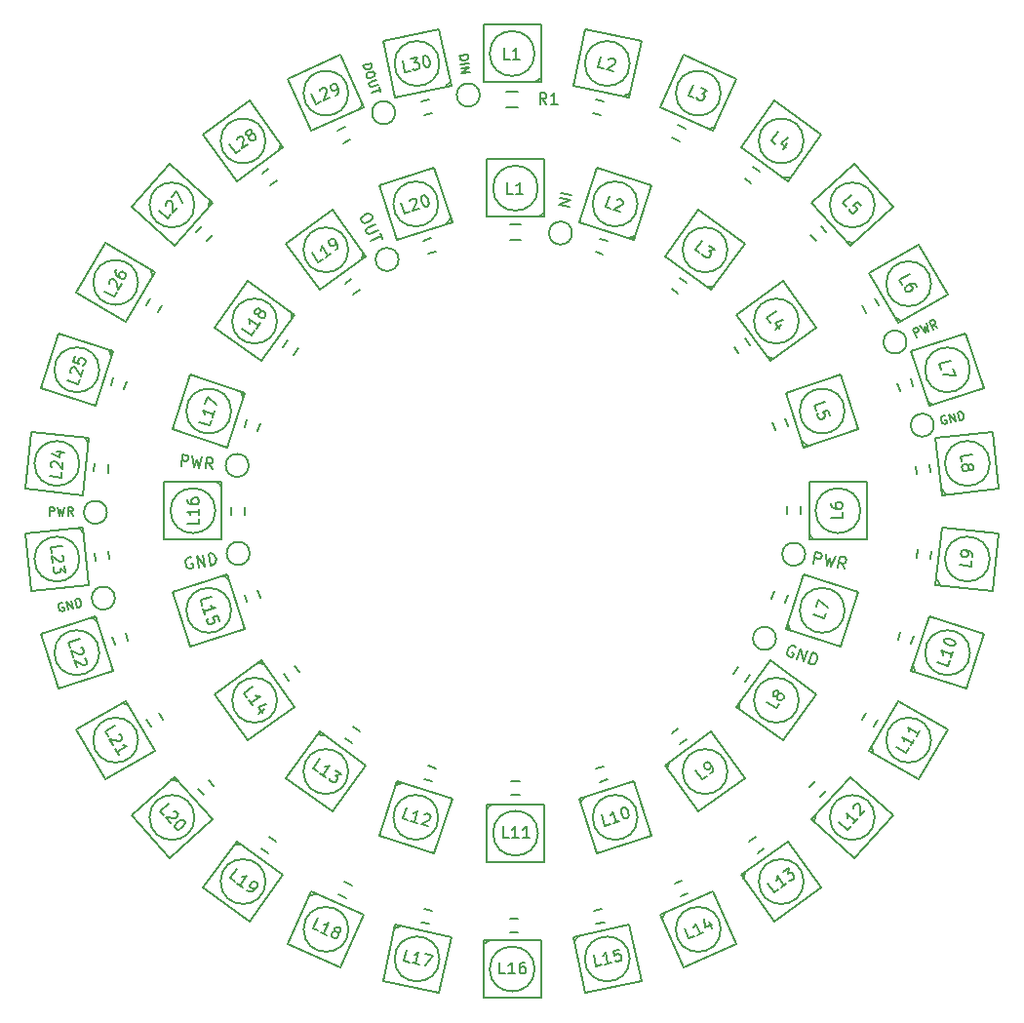
<source format=gto>
G04 #@! TF.FileFunction,Legend,Top*
%FSLAX46Y46*%
G04 Gerber Fmt 4.6, Leading zero omitted, Abs format (unit mm)*
G04 Created by KiCad (PCBNEW 4.0.1-stable) date 1/15/2016 5:52:31 PM*
%MOMM*%
G01*
G04 APERTURE LIST*
%ADD10C,0.100000*%
%ADD11C,0.150000*%
G04 APERTURE END LIST*
D10*
D11*
X131655530Y-57219041D02*
X132368823Y-56987279D01*
X132424005Y-57157111D01*
X132423148Y-57270046D01*
X132377287Y-57360051D01*
X132320392Y-57416090D01*
X132195563Y-57494202D01*
X132093664Y-57527311D01*
X131946762Y-57537490D01*
X131867793Y-57525596D01*
X131777788Y-57479736D01*
X131710712Y-57388874D01*
X131655530Y-57219041D01*
X132644731Y-57836437D02*
X132688876Y-57972302D01*
X132676983Y-58051271D01*
X132631123Y-58141276D01*
X132506294Y-58219388D01*
X132268530Y-58296642D01*
X132121628Y-58306821D01*
X132031623Y-58260961D01*
X131975584Y-58204065D01*
X131931439Y-58068200D01*
X131943333Y-57989230D01*
X131989192Y-57899225D01*
X132114021Y-57821114D01*
X132351785Y-57743859D01*
X132498687Y-57733680D01*
X132588692Y-57779540D01*
X132644731Y-57836437D01*
X132843385Y-58447830D02*
X132265957Y-58635447D01*
X132209062Y-58691486D01*
X132186132Y-58736489D01*
X132174238Y-58815458D01*
X132218383Y-58951323D01*
X132274422Y-59008219D01*
X132319425Y-59031150D01*
X132398393Y-59043043D01*
X132975821Y-58855426D01*
X133053075Y-59093190D02*
X133185511Y-59500785D01*
X132406000Y-59528750D02*
X133119293Y-59296987D01*
X140032310Y-56371814D02*
X140778201Y-56293418D01*
X140796867Y-56471012D01*
X140772548Y-56581301D01*
X140708977Y-56659804D01*
X140641673Y-56702790D01*
X140503332Y-56753241D01*
X140396776Y-56764440D01*
X140250968Y-56743854D01*
X140176197Y-56715801D01*
X140097694Y-56652231D01*
X140050976Y-56549408D01*
X140032310Y-56371814D01*
X140110706Y-57117706D02*
X140856598Y-57039310D01*
X140148038Y-57472892D02*
X140893929Y-57394496D01*
X140192836Y-57899117D01*
X140938727Y-57820720D01*
X104410000Y-96269286D02*
X104410000Y-95519286D01*
X104695715Y-95519286D01*
X104767143Y-95555000D01*
X104802858Y-95590714D01*
X104838572Y-95662143D01*
X104838572Y-95769286D01*
X104802858Y-95840714D01*
X104767143Y-95876429D01*
X104695715Y-95912143D01*
X104410000Y-95912143D01*
X105088572Y-95519286D02*
X105267143Y-96269286D01*
X105410000Y-95733571D01*
X105552858Y-96269286D01*
X105731429Y-95519286D01*
X106445715Y-96269286D02*
X106195715Y-95912143D01*
X106017143Y-96269286D02*
X106017143Y-95519286D01*
X106302858Y-95519286D01*
X106374286Y-95555000D01*
X106410001Y-95590714D01*
X106445715Y-95662143D01*
X106445715Y-95769286D01*
X106410001Y-95840714D01*
X106374286Y-95876429D01*
X106302858Y-95912143D01*
X106017143Y-95912143D01*
X105553092Y-103832001D02*
X105475799Y-103811919D01*
X105370997Y-103834195D01*
X105273621Y-103891405D01*
X105218605Y-103976124D01*
X105198521Y-104053416D01*
X105193289Y-104200577D01*
X105215565Y-104305378D01*
X105280200Y-104437688D01*
X105329986Y-104500131D01*
X105414704Y-104555147D01*
X105526931Y-104567806D01*
X105596799Y-104552955D01*
X105694175Y-104495744D01*
X105721683Y-104453385D01*
X105669705Y-104208848D01*
X105529970Y-104238550D01*
X106050938Y-104456424D02*
X105895004Y-103722814D01*
X106470145Y-104367319D01*
X106314211Y-103633709D01*
X106819482Y-104293065D02*
X106663549Y-103559455D01*
X106838218Y-103522327D01*
X106950445Y-103534985D01*
X107035164Y-103590002D01*
X107084949Y-103652444D01*
X107149584Y-103784753D01*
X107171860Y-103889555D01*
X107166628Y-104036716D01*
X107146545Y-104114009D01*
X107091528Y-104198727D01*
X106994152Y-104255938D01*
X106819482Y-104293065D01*
X182163092Y-87572001D02*
X182085799Y-87551919D01*
X181980997Y-87574195D01*
X181883621Y-87631405D01*
X181828605Y-87716124D01*
X181808521Y-87793416D01*
X181803289Y-87940577D01*
X181825565Y-88045378D01*
X181890200Y-88177688D01*
X181939986Y-88240131D01*
X182024704Y-88295147D01*
X182136931Y-88307806D01*
X182206799Y-88292955D01*
X182304175Y-88235744D01*
X182331683Y-88193385D01*
X182279705Y-87948848D01*
X182139970Y-87978550D01*
X182660938Y-88196424D02*
X182505004Y-87462814D01*
X183080145Y-88107319D01*
X182924211Y-87373709D01*
X183429482Y-88033065D02*
X183273549Y-87299455D01*
X183448218Y-87262327D01*
X183560445Y-87274985D01*
X183645164Y-87330002D01*
X183694949Y-87392444D01*
X183759584Y-87524753D01*
X183781860Y-87629555D01*
X183776628Y-87776716D01*
X183756545Y-87854009D01*
X183701528Y-87938727D01*
X183604152Y-87995938D01*
X183429482Y-88033065D01*
X179674455Y-80776690D02*
X179369402Y-80091531D01*
X179630416Y-79975320D01*
X179710195Y-79978894D01*
X179757348Y-79996994D01*
X179819027Y-80047721D01*
X179862606Y-80145601D01*
X179859032Y-80225380D01*
X179840932Y-80272534D01*
X179790205Y-80334213D01*
X179529191Y-80450423D01*
X179989308Y-79815531D02*
X180457494Y-80428058D01*
X180370105Y-79880553D01*
X180718507Y-80311848D01*
X180576588Y-79554057D01*
X181534173Y-79948690D02*
X181160523Y-79724108D01*
X181142653Y-80123006D02*
X180837600Y-79437847D01*
X181098614Y-79321636D01*
X181178393Y-79325210D01*
X181225546Y-79343310D01*
X181287225Y-79394037D01*
X181330804Y-79491917D01*
X181327230Y-79571696D01*
X181309130Y-79618850D01*
X181258403Y-79680529D01*
X180997390Y-79796740D01*
X116732847Y-99909899D02*
X116630787Y-99879542D01*
X116490100Y-99904349D01*
X116357681Y-99976051D01*
X116280428Y-100086380D01*
X116250071Y-100188440D01*
X116236251Y-100384291D01*
X116261058Y-100524979D01*
X116341029Y-100704292D01*
X116404463Y-100789815D01*
X116514792Y-100867068D01*
X116663748Y-100889156D01*
X116757539Y-100872618D01*
X116889957Y-100800916D01*
X116928584Y-100745751D01*
X116870701Y-100417483D01*
X116683119Y-100450558D01*
X117367182Y-100765122D02*
X117193534Y-99780314D01*
X117929929Y-100665894D01*
X117756281Y-99681087D01*
X118398885Y-100583205D02*
X118225237Y-99598397D01*
X118459715Y-99557052D01*
X118608671Y-99579141D01*
X118719000Y-99656394D01*
X118782434Y-99741916D01*
X118862405Y-99921230D01*
X118887212Y-100061917D01*
X118873392Y-100257768D01*
X118843035Y-100359829D01*
X118765782Y-100470158D01*
X118633363Y-100541860D01*
X118398885Y-100583205D01*
X115852313Y-91994452D02*
X115939469Y-90998257D01*
X116318972Y-91031459D01*
X116409698Y-91087198D01*
X116452985Y-91138786D01*
X116492122Y-91237812D01*
X116479672Y-91380125D01*
X116423933Y-91470850D01*
X116372345Y-91514138D01*
X116273319Y-91553275D01*
X115893816Y-91520073D01*
X116840788Y-91077112D02*
X116990821Y-92094058D01*
X117242828Y-91399092D01*
X117370325Y-92127261D01*
X117694669Y-91151817D01*
X118556270Y-92231018D02*
X118265708Y-91727587D01*
X117987016Y-92181214D02*
X118074172Y-91185020D01*
X118453675Y-91218222D01*
X118544400Y-91273960D01*
X118587688Y-91325548D01*
X118626825Y-91424574D01*
X118614374Y-91566887D01*
X118558636Y-91657613D01*
X118507048Y-91700900D01*
X118408022Y-91740038D01*
X118028519Y-91706835D01*
X169215055Y-107699567D02*
X169141847Y-107622247D01*
X169007605Y-107573387D01*
X168857076Y-107569274D01*
X168735008Y-107626195D01*
X168657687Y-107699402D01*
X168547794Y-107862105D01*
X168498933Y-107996347D01*
X168478534Y-108191623D01*
X168490708Y-108297404D01*
X168547629Y-108419472D01*
X168665585Y-108513079D01*
X168755079Y-108545653D01*
X168905608Y-108549765D01*
X168966642Y-108521305D01*
X169080648Y-108208074D01*
X168901659Y-108142928D01*
X169336793Y-108757379D02*
X169678813Y-107817687D01*
X169873761Y-108952819D01*
X170215781Y-108013127D01*
X170321233Y-109115686D02*
X170663253Y-108175993D01*
X170886989Y-108257427D01*
X171004945Y-108351034D01*
X171061866Y-108473102D01*
X171074040Y-108578883D01*
X171053641Y-108774159D01*
X171004781Y-108908401D01*
X170894887Y-109071103D01*
X170817566Y-109144311D01*
X170695498Y-109201232D01*
X170544969Y-109197119D01*
X170321233Y-109115686D01*
X170768368Y-100443977D02*
X170942016Y-99459170D01*
X171317182Y-99525322D01*
X171402704Y-99588755D01*
X171441331Y-99643919D01*
X171471688Y-99745980D01*
X171446881Y-99886666D01*
X171383448Y-99972188D01*
X171328283Y-100010815D01*
X171226223Y-100041173D01*
X170851058Y-99975021D01*
X171833033Y-99616280D02*
X171893863Y-100642433D01*
X172205480Y-99972074D01*
X172269028Y-100708584D01*
X172677154Y-99765121D01*
X173441418Y-100915308D02*
X173195838Y-100388469D01*
X172878670Y-100816081D02*
X173052319Y-99831273D01*
X173427484Y-99897425D01*
X173513006Y-99960858D01*
X173551633Y-100016023D01*
X173581990Y-100118083D01*
X173557184Y-100258769D01*
X173493750Y-100344292D01*
X173438586Y-100382918D01*
X173336526Y-100413276D01*
X172961360Y-100347124D01*
X148795450Y-68255594D02*
X149780258Y-68429242D01*
X148712761Y-68724549D02*
X149697568Y-68898197D01*
X148613533Y-69287297D01*
X149598341Y-69460945D01*
X132373693Y-70172258D02*
X132454192Y-70344889D01*
X132451284Y-70451329D01*
X132405218Y-70577893D01*
X132252713Y-70701549D01*
X131950610Y-70842422D01*
X131757855Y-70879763D01*
X131631291Y-70833698D01*
X131547884Y-70767507D01*
X131467385Y-70594877D01*
X131470293Y-70488437D01*
X131516359Y-70361873D01*
X131668864Y-70238217D01*
X131970968Y-70097344D01*
X132163722Y-70060003D01*
X132290286Y-70106068D01*
X132373693Y-70172258D01*
X132735937Y-70949094D02*
X132002259Y-71291213D01*
X131936069Y-71374620D01*
X131913036Y-71437902D01*
X131910128Y-71544342D01*
X131990627Y-71716973D01*
X132074034Y-71783163D01*
X132137316Y-71806196D01*
X132243756Y-71809104D01*
X132977434Y-71466984D01*
X133118306Y-71769087D02*
X133359803Y-72286977D01*
X132332746Y-72450650D02*
X133239054Y-72028031D01*
X171800083Y-120151378D02*
X171331691Y-120671579D01*
X170439917Y-119868622D02*
X170908309Y-119348421D01*
X151852395Y-60170342D02*
X152537099Y-60315881D01*
X152287605Y-61489658D02*
X151602901Y-61344119D01*
X158974301Y-62379515D02*
X159613783Y-62664231D01*
X159125699Y-63760485D02*
X158486217Y-63475769D01*
X165489515Y-66008865D02*
X166055827Y-66420315D01*
X165350485Y-67391135D02*
X164784173Y-66979685D01*
X171391691Y-71128421D02*
X171860083Y-71648622D01*
X170968309Y-72451579D02*
X170499917Y-71931378D01*
X176034615Y-77446891D02*
X176384615Y-78053109D01*
X175345385Y-78653109D02*
X174995385Y-78046891D01*
X179182478Y-84401720D02*
X179398790Y-85067460D01*
X178257522Y-85438280D02*
X178041210Y-84772540D01*
X180850128Y-91829200D02*
X180923298Y-92525366D01*
X179729872Y-92650800D02*
X179656702Y-91954634D01*
X180973298Y-99334634D02*
X180900128Y-100030800D01*
X179706702Y-99905366D02*
X179779872Y-99209200D01*
X179458790Y-106732540D02*
X179242478Y-107398280D01*
X178101210Y-107027460D02*
X178317522Y-106361720D01*
X176344615Y-113976891D02*
X175994615Y-114583109D01*
X174955385Y-113983109D02*
X175305385Y-113376891D01*
X166445827Y-125149685D02*
X165879515Y-125561135D01*
X165174173Y-124590315D02*
X165740485Y-124178865D01*
X159833783Y-129075769D02*
X159194301Y-129360485D01*
X158706217Y-128264231D02*
X159345699Y-127979515D01*
X152587099Y-131584119D02*
X151902395Y-131729658D01*
X151652901Y-130555881D02*
X152337605Y-130410342D01*
X145100000Y-132460000D02*
X144400000Y-132460000D01*
X144400000Y-131260000D02*
X145100000Y-131260000D01*
X137367605Y-131729658D02*
X136682901Y-131584119D01*
X136932395Y-130410342D02*
X137617099Y-130555881D01*
X130175699Y-129470485D02*
X129536217Y-129185769D01*
X130024301Y-128089515D02*
X130663783Y-128374231D01*
X123390485Y-125561135D02*
X122824173Y-125149685D01*
X123529515Y-124178865D02*
X124095827Y-124590315D01*
X117818309Y-120561579D02*
X117349917Y-120041378D01*
X118241691Y-119238421D02*
X118710083Y-119758622D01*
X113215385Y-114633109D02*
X112865385Y-114026891D01*
X113904615Y-113426891D02*
X114254615Y-114033109D01*
X110087522Y-107508280D02*
X109871210Y-106842540D01*
X111012478Y-106471720D02*
X111228790Y-107137460D01*
X108419872Y-100190800D02*
X108346702Y-99494634D01*
X109540128Y-99369200D02*
X109613298Y-100065366D01*
X108296702Y-92415366D02*
X108369872Y-91719200D01*
X109563298Y-91844634D02*
X109490128Y-92540800D01*
X109761210Y-84957460D02*
X109977522Y-84291720D01*
X111118790Y-84662540D02*
X110902478Y-85328280D01*
X112815385Y-77993109D02*
X113165385Y-77386891D01*
X114204615Y-77986891D02*
X113854615Y-78593109D01*
X117189917Y-71648622D02*
X117658309Y-71128421D01*
X118550083Y-71931378D02*
X118081691Y-72451579D01*
X122874173Y-66590315D02*
X123440485Y-66178865D01*
X124145827Y-67149685D02*
X123579515Y-67561135D01*
X129426217Y-62834231D02*
X130065699Y-62549515D01*
X130553783Y-63645769D02*
X129914301Y-63930485D01*
X136732901Y-60315881D02*
X137417605Y-60170342D01*
X137667099Y-61344119D02*
X136982395Y-61489658D01*
X109410000Y-95990000D02*
G75*
G03X109410000Y-95990000I-1000000J0D01*
G01*
X141780000Y-59760000D02*
G75*
G03X141780000Y-59760000I-1000000J0D01*
G01*
X110100000Y-103440000D02*
G75*
G03X110100000Y-103440000I-1000000J0D01*
G01*
X178830000Y-81210000D02*
G75*
G03X178830000Y-81210000I-1000000J0D01*
G01*
X181200000Y-88430000D02*
G75*
G03X181200000Y-88430000I-1000000J0D01*
G01*
X134430000Y-61300000D02*
G75*
G03X134430000Y-61300000I-1000000J0D01*
G01*
X145080000Y-60835000D02*
X144080000Y-60835000D01*
X144080000Y-59485000D02*
X145080000Y-59485000D01*
X138277434Y-57030000D02*
G75*
G03X138277434Y-57030000I-1947434J0D01*
G01*
X138844586Y-59000243D02*
X139222379Y-58613238D01*
X139222379Y-58613238D02*
X139173472Y-58623634D01*
X138255590Y-54064852D02*
X133364852Y-55104410D01*
X133364852Y-55104410D02*
X134404410Y-59995148D01*
X134404410Y-59995148D02*
X139295148Y-58955590D01*
X139295148Y-58955590D02*
X138255590Y-54064852D01*
X130377434Y-59600000D02*
G75*
G03X130377434Y-59600000I-1947434J0D01*
G01*
X131299273Y-61004376D02*
X131588347Y-60547281D01*
X131588347Y-60547281D02*
X131542670Y-60567618D01*
X129697022Y-56299295D02*
X125129295Y-58332978D01*
X125129295Y-58332978D02*
X127162978Y-62900705D01*
X127162978Y-62900705D02*
X131730705Y-60867022D01*
X131730705Y-60867022D02*
X129697022Y-56299295D01*
X123177435Y-63750000D02*
G75*
G03X123177435Y-63750000I-1947435J0D01*
G01*
X124328559Y-64527132D02*
X124516281Y-64019923D01*
X124516281Y-64019923D02*
X124475830Y-64049313D01*
X121783079Y-60257994D02*
X117737994Y-63196921D01*
X117737994Y-63196921D02*
X120676921Y-67242006D01*
X120676921Y-67242006D02*
X124722006Y-64303079D01*
X124722006Y-64303079D02*
X121783079Y-60257994D01*
X117007434Y-69310000D02*
G75*
G03X117007434Y-69310000I-1947434J0D01*
G01*
X118252423Y-69425923D02*
X118330588Y-68890769D01*
X118330588Y-68890769D02*
X118297131Y-68927926D01*
X114874964Y-65779311D02*
X111529311Y-69495036D01*
X111529311Y-69495036D02*
X115245036Y-72840689D01*
X115245036Y-72840689D02*
X118590689Y-69124964D01*
X118590689Y-69124964D02*
X114874964Y-65779311D01*
X112117434Y-76030000D02*
G75*
G03X112117434Y-76030000I-1947434J0D01*
G01*
X113316762Y-75479648D02*
X113281955Y-74939936D01*
X113281955Y-74939936D02*
X113256955Y-74983238D01*
X109254936Y-72614936D02*
X106754936Y-76945064D01*
X106754936Y-76945064D02*
X111085064Y-79445064D01*
X111085064Y-79445064D02*
X113585064Y-75114936D01*
X113585064Y-75114936D02*
X109254936Y-72614936D01*
X108747434Y-83620000D02*
G75*
G03X108747434Y-83620000I-1947434J0D01*
G01*
X109763573Y-82427426D02*
X109617314Y-81906745D01*
X109617314Y-81906745D02*
X109601863Y-81954298D01*
X105194901Y-80469816D02*
X103649816Y-85225099D01*
X103649816Y-85225099D02*
X108405099Y-86770184D01*
X108405099Y-86770184D02*
X109950184Y-82014901D01*
X109950184Y-82014901D02*
X105194901Y-80469816D01*
X107017434Y-91750000D02*
G75*
G03X107017434Y-91750000I-1947434J0D01*
G01*
X107720862Y-89967325D02*
X107469543Y-89488431D01*
X107469543Y-89488431D02*
X107464317Y-89538158D01*
X102845016Y-89002374D02*
X102322374Y-93974984D01*
X102322374Y-93974984D02*
X107294984Y-94497626D01*
X107294984Y-94497626D02*
X107817626Y-89525016D01*
X107817626Y-89525016D02*
X102845016Y-89002374D01*
X107017435Y-100050000D02*
G75*
G03X107017435Y-100050000I-1947435J0D01*
G01*
X107292295Y-97755135D02*
X106946901Y-97338959D01*
X106946901Y-97338959D02*
X106952127Y-97388685D01*
X102322374Y-97825016D02*
X102845016Y-102797626D01*
X102845016Y-102797626D02*
X107817626Y-102274984D01*
X107817626Y-102274984D02*
X107294984Y-97302374D01*
X107294984Y-97302374D02*
X102322374Y-97825016D01*
X108747434Y-108180000D02*
G75*
G03X108747434Y-108180000I-1947434J0D01*
G01*
X108496604Y-105473243D02*
X108072229Y-105137972D01*
X108072229Y-105137972D02*
X108087680Y-105185525D01*
X103649816Y-106574901D02*
X105194901Y-111330184D01*
X105194901Y-111330184D02*
X109950184Y-109785099D01*
X109950184Y-109785099D02*
X108405099Y-105029816D01*
X108405099Y-105029816D02*
X103649816Y-106574901D01*
X112117434Y-115770000D02*
G75*
G03X112117434Y-115770000I-1947434J0D01*
G01*
X111266762Y-112769648D02*
X110781955Y-112529936D01*
X110781955Y-112529936D02*
X110806955Y-112573238D01*
X106754936Y-114854936D02*
X109254936Y-119185064D01*
X109254936Y-119185064D02*
X113585064Y-116685064D01*
X113585064Y-116685064D02*
X111085064Y-112354936D01*
X111085064Y-112354936D02*
X106754936Y-114854936D01*
X117007435Y-122490000D02*
G75*
G03X117007435Y-122490000I-1947435J0D01*
G01*
X115508987Y-119327183D02*
X114984935Y-119193507D01*
X114984935Y-119193507D02*
X115018391Y-119230664D01*
X111529311Y-122304964D02*
X114874964Y-126020689D01*
X114874964Y-126020689D02*
X118590689Y-122675036D01*
X118590689Y-122675036D02*
X115245036Y-118959311D01*
X115245036Y-118959311D02*
X111529311Y-122304964D01*
X123177434Y-128050000D02*
G75*
G03X123177434Y-128050000I-1947434J0D01*
G01*
X121011589Y-124862949D02*
X120471196Y-124841150D01*
X120471196Y-124841150D02*
X120511647Y-124870540D01*
X117737994Y-128603079D02*
X121783079Y-131542006D01*
X121783079Y-131542006D02*
X124722006Y-127496921D01*
X124722006Y-127496921D02*
X120676921Y-124557994D01*
X120676921Y-124557994D02*
X117737994Y-128603079D01*
X130377435Y-132200000D02*
G75*
G03X130377435Y-132200000I-1947435J0D01*
G01*
X127553737Y-129128004D02*
X127020620Y-129219036D01*
X127020620Y-129219036D02*
X127066297Y-129239372D01*
X125129295Y-133467022D02*
X129697022Y-135500705D01*
X129697022Y-135500705D02*
X131730705Y-130932978D01*
X131730705Y-130932978D02*
X127162978Y-128899295D01*
X127162978Y-128899295D02*
X125129295Y-133467022D01*
X138277434Y-134770000D02*
G75*
G03X138277434Y-134770000I-1947434J0D01*
G01*
X134834181Y-131947319D02*
X134331641Y-132147203D01*
X134331641Y-132147203D02*
X134380549Y-132157599D01*
X133364852Y-136695590D02*
X138255590Y-137735148D01*
X138255590Y-137735148D02*
X139295148Y-132844410D01*
X139295148Y-132844410D02*
X134404410Y-131804852D01*
X134404410Y-131804852D02*
X133364852Y-136695590D01*
X146537434Y-135640000D02*
G75*
G03X146537434Y-135640000I-1947434J0D01*
G01*
X142540000Y-133190000D02*
X142090000Y-133490000D01*
X142090000Y-133490000D02*
X142140000Y-133490000D01*
X142090000Y-138140000D02*
X147090000Y-138140000D01*
X147090000Y-138140000D02*
X147090000Y-133140000D01*
X147090000Y-133140000D02*
X142090000Y-133140000D01*
X142090000Y-133140000D02*
X142090000Y-138140000D01*
X154797434Y-134770000D02*
G75*
G03X154797434Y-134770000I-1947434J0D01*
G01*
X150335414Y-132799757D02*
X149957621Y-133186762D01*
X149957621Y-133186762D02*
X150006528Y-133176366D01*
X150924410Y-137735148D02*
X155815148Y-136695590D01*
X155815148Y-136695590D02*
X154775590Y-131804852D01*
X154775590Y-131804852D02*
X149884852Y-132844410D01*
X149884852Y-132844410D02*
X150924410Y-137735148D01*
X162697434Y-132200000D02*
G75*
G03X162697434Y-132200000I-1947434J0D01*
G01*
X157880727Y-130795624D02*
X157591653Y-131252719D01*
X157591653Y-131252719D02*
X157637330Y-131232382D01*
X159482978Y-135500705D02*
X164050705Y-133467022D01*
X164050705Y-133467022D02*
X162017022Y-128899295D01*
X162017022Y-128899295D02*
X157449295Y-130932978D01*
X157449295Y-130932978D02*
X159482978Y-135500705D01*
X176067434Y-122490000D02*
G75*
G03X176067434Y-122490000I-1947434J0D01*
G01*
X170927577Y-122374077D02*
X170849412Y-122909231D01*
X170849412Y-122909231D02*
X170882869Y-122872074D01*
X174305036Y-126020689D02*
X177650689Y-122304964D01*
X177650689Y-122304964D02*
X173934964Y-118959311D01*
X173934964Y-118959311D02*
X170589311Y-122675036D01*
X170589311Y-122675036D02*
X174305036Y-126020689D01*
X180957434Y-115770000D02*
G75*
G03X180957434Y-115770000I-1947434J0D01*
G01*
X175863238Y-116320352D02*
X175898045Y-116860064D01*
X175898045Y-116860064D02*
X175923045Y-116816762D01*
X179925064Y-119185064D02*
X182425064Y-114854936D01*
X182425064Y-114854936D02*
X178094936Y-112354936D01*
X178094936Y-112354936D02*
X175594936Y-116685064D01*
X175594936Y-116685064D02*
X179925064Y-119185064D01*
X184337434Y-108180000D02*
G75*
G03X184337434Y-108180000I-1947434J0D01*
G01*
X179426427Y-109372574D02*
X179572686Y-109893255D01*
X179572686Y-109893255D02*
X179588137Y-109845702D01*
X183995099Y-111330184D02*
X185540184Y-106574901D01*
X185540184Y-106574901D02*
X180784901Y-105029816D01*
X180784901Y-105029816D02*
X179239816Y-109785099D01*
X179239816Y-109785099D02*
X183995099Y-111330184D01*
X186057434Y-100050000D02*
G75*
G03X186057434Y-100050000I-1947434J0D01*
G01*
X181459138Y-101832675D02*
X181710457Y-102311569D01*
X181710457Y-102311569D02*
X181715683Y-102261842D01*
X186334984Y-102797626D02*
X186857626Y-97825016D01*
X186857626Y-97825016D02*
X181885016Y-97302374D01*
X181885016Y-97302374D02*
X181362374Y-102274984D01*
X181362374Y-102274984D02*
X186334984Y-102797626D01*
X186057435Y-91750000D02*
G75*
G03X186057435Y-91750000I-1947435J0D01*
G01*
X181887705Y-94044865D02*
X182233099Y-94461041D01*
X182233099Y-94461041D02*
X182227873Y-94411315D01*
X186857626Y-93974984D02*
X186334984Y-89002374D01*
X186334984Y-89002374D02*
X181362374Y-89525016D01*
X181362374Y-89525016D02*
X181885016Y-94497626D01*
X181885016Y-94497626D02*
X186857626Y-93974984D01*
X184327434Y-83620000D02*
G75*
G03X184327434Y-83620000I-1947434J0D01*
G01*
X180683396Y-86326757D02*
X181107771Y-86662028D01*
X181107771Y-86662028D02*
X181092320Y-86614475D01*
X185530184Y-85225099D02*
X183985099Y-80469816D01*
X183985099Y-80469816D02*
X179229816Y-82014901D01*
X179229816Y-82014901D02*
X180774901Y-86770184D01*
X180774901Y-86770184D02*
X185530184Y-85225099D01*
X176067435Y-69310000D02*
G75*
G03X176067435Y-69310000I-1947435J0D01*
G01*
X173671013Y-72472817D02*
X174195065Y-72606493D01*
X174195065Y-72606493D02*
X174161609Y-72569336D01*
X177650689Y-69495036D02*
X174305036Y-65779311D01*
X174305036Y-65779311D02*
X170589311Y-69124964D01*
X170589311Y-69124964D02*
X173934964Y-72840689D01*
X173934964Y-72840689D02*
X177650689Y-69495036D01*
X169897434Y-63750000D02*
G75*
G03X169897434Y-63750000I-1947434J0D01*
G01*
X168168411Y-66937051D02*
X168708804Y-66958850D01*
X168708804Y-66958850D02*
X168668353Y-66929460D01*
X171442006Y-63196921D02*
X167396921Y-60257994D01*
X167396921Y-60257994D02*
X164457994Y-64303079D01*
X164457994Y-64303079D02*
X168503079Y-67242006D01*
X168503079Y-67242006D02*
X171442006Y-63196921D01*
X162697435Y-59600000D02*
G75*
G03X162697435Y-59600000I-1947435J0D01*
G01*
X161626263Y-62671996D02*
X162159380Y-62580964D01*
X162159380Y-62580964D02*
X162113703Y-62560628D01*
X164050705Y-58332978D02*
X159482978Y-56299295D01*
X159482978Y-56299295D02*
X157449295Y-60867022D01*
X157449295Y-60867022D02*
X162017022Y-62900705D01*
X162017022Y-62900705D02*
X164050705Y-58332978D01*
X154797434Y-57030000D02*
G75*
G03X154797434Y-57030000I-1947434J0D01*
G01*
X154345819Y-59852681D02*
X154848359Y-59652797D01*
X154848359Y-59652797D02*
X154799451Y-59642401D01*
X155815148Y-55104410D02*
X150924410Y-54064852D01*
X150924410Y-54064852D02*
X149884852Y-58955590D01*
X149884852Y-58955590D02*
X154775590Y-59995148D01*
X154775590Y-59995148D02*
X155815148Y-55104410D01*
X169897435Y-128050000D02*
G75*
G03X169897435Y-128050000I-1947435J0D01*
G01*
X164851441Y-127272868D02*
X164663719Y-127780077D01*
X164663719Y-127780077D02*
X164704170Y-127750687D01*
X167396921Y-131542006D02*
X171442006Y-128603079D01*
X171442006Y-128603079D02*
X168503079Y-124557994D01*
X168503079Y-124557994D02*
X164457994Y-127496921D01*
X164457994Y-127496921D02*
X167396921Y-131542006D01*
X180957434Y-76150000D02*
G75*
G03X180957434Y-76150000I-1947434J0D01*
G01*
X177913238Y-79150352D02*
X178398045Y-79390064D01*
X178398045Y-79390064D02*
X178373045Y-79346762D01*
X182425064Y-77065064D02*
X179925064Y-72734936D01*
X179925064Y-72734936D02*
X175594936Y-75234936D01*
X175594936Y-75234936D02*
X178094936Y-79565064D01*
X178094936Y-79565064D02*
X182425064Y-77065064D01*
X146537434Y-56160000D02*
G75*
G03X146537434Y-56160000I-1947434J0D01*
G01*
X146640000Y-58610000D02*
X147090000Y-58310000D01*
X147090000Y-58310000D02*
X147040000Y-58310000D01*
X147090000Y-53660000D02*
X142090000Y-53660000D01*
X142090000Y-53660000D02*
X142090000Y-58660000D01*
X142090000Y-58660000D02*
X147090000Y-58660000D01*
X147090000Y-58660000D02*
X147090000Y-53660000D01*
X152192540Y-72251210D02*
X152858280Y-72467522D01*
X152487460Y-73608790D02*
X151821720Y-73392478D01*
X159139515Y-75648865D02*
X159705827Y-76060315D01*
X159000485Y-77031135D02*
X158434173Y-76619685D01*
X164819685Y-80934173D02*
X165231135Y-81500485D01*
X164260315Y-82205827D02*
X163848865Y-81639515D01*
X168322478Y-87831720D02*
X168538790Y-88497460D01*
X167397522Y-88868280D02*
X167181210Y-88202540D01*
X169640000Y-95470000D02*
X169640000Y-96170000D01*
X168440000Y-96170000D02*
X168440000Y-95470000D01*
X168498790Y-103172540D02*
X168282478Y-103838280D01*
X167141210Y-103467460D02*
X167357522Y-102801720D01*
X165201135Y-110129515D02*
X164789685Y-110695827D01*
X163818865Y-109990485D02*
X164230315Y-109424173D01*
X159695827Y-115719685D02*
X159129515Y-116131135D01*
X158424173Y-115160315D02*
X158990485Y-114748865D01*
X152868280Y-119172478D02*
X152202540Y-119388790D01*
X151831720Y-118247522D02*
X152497460Y-118031210D01*
X145230000Y-120530000D02*
X144530000Y-120530000D01*
X144530000Y-119330000D02*
X145230000Y-119330000D01*
X137607460Y-119358790D02*
X136941720Y-119142478D01*
X137312540Y-118001210D02*
X137978280Y-118217522D01*
X130680485Y-116011135D02*
X130114173Y-115599685D01*
X130819515Y-114628865D02*
X131385827Y-115040315D01*
X125180315Y-110595827D02*
X124768865Y-110029515D01*
X125739685Y-109324173D02*
X126151135Y-109890485D01*
X121587522Y-103788280D02*
X121371210Y-103122540D01*
X122512478Y-102751720D02*
X122728790Y-103417460D01*
X120210000Y-96240000D02*
X120210000Y-95540000D01*
X121410000Y-95540000D02*
X121410000Y-96240000D01*
X121371210Y-88577460D02*
X121587522Y-87911720D01*
X122728790Y-88282540D02*
X122512478Y-88948280D01*
X124678865Y-81630485D02*
X125090315Y-81064173D01*
X126061135Y-81769515D02*
X125649685Y-82335827D01*
X130074173Y-76140315D02*
X130640485Y-75728865D01*
X131345827Y-76699685D02*
X130779515Y-77111135D01*
X136901720Y-72407522D02*
X137567460Y-72191210D01*
X137938280Y-73332478D02*
X137272540Y-73548790D01*
X149790000Y-71750000D02*
G75*
G03X149790000Y-71750000I-1000000J0D01*
G01*
X121810000Y-99560000D02*
G75*
G03X121810000Y-99560000I-1000000J0D01*
G01*
X121720000Y-91920000D02*
G75*
G03X121720000Y-91920000I-1000000J0D01*
G01*
X134730000Y-74040000D02*
G75*
G03X134730000Y-74040000I-1000000J0D01*
G01*
X167500000Y-106940000D02*
G75*
G03X167500000Y-106940000I-1000000J0D01*
G01*
X170040000Y-99630000D02*
G75*
G03X170040000Y-99630000I-1000000J0D01*
G01*
X145380000Y-72345000D02*
X144380000Y-72345000D01*
X144380000Y-70995000D02*
X145380000Y-70995000D01*
X138177434Y-69220000D02*
G75*
G03X138177434Y-69220000I-1947434J0D01*
G01*
X138936757Y-70916604D02*
X139272028Y-70492229D01*
X139272028Y-70492229D02*
X139224475Y-70507680D01*
X137835099Y-66069816D02*
X133079816Y-67614901D01*
X133079816Y-67614901D02*
X134624901Y-72370184D01*
X134624901Y-72370184D02*
X139380184Y-70825099D01*
X139380184Y-70825099D02*
X137835099Y-66069816D01*
X130367435Y-73200000D02*
G75*
G03X130367435Y-73200000I-1947435J0D01*
G01*
X131518559Y-73977132D02*
X131706281Y-73469923D01*
X131706281Y-73469923D02*
X131665830Y-73499313D01*
X128973079Y-69707994D02*
X124927994Y-72646921D01*
X124927994Y-72646921D02*
X127866921Y-76692006D01*
X127866921Y-76692006D02*
X131912006Y-73753079D01*
X131912006Y-73753079D02*
X128973079Y-69707994D01*
X124177434Y-79390000D02*
G75*
G03X124177434Y-79390000I-1947434J0D01*
G01*
X125417051Y-79171589D02*
X125438850Y-78631196D01*
X125438850Y-78631196D02*
X125409460Y-78671647D01*
X121676921Y-75897994D02*
X118737994Y-79943079D01*
X118737994Y-79943079D02*
X122783079Y-82882006D01*
X122783079Y-82882006D02*
X125722006Y-78836921D01*
X125722006Y-78836921D02*
X121676921Y-75897994D01*
X120197434Y-87200000D02*
G75*
G03X120197434Y-87200000I-1947434J0D01*
G01*
X121213573Y-86007426D02*
X121067314Y-85486745D01*
X121067314Y-85486745D02*
X121051863Y-85534298D01*
X116644901Y-84049816D02*
X115099816Y-88805099D01*
X115099816Y-88805099D02*
X119855099Y-90350184D01*
X119855099Y-90350184D02*
X121400184Y-85594901D01*
X121400184Y-85594901D02*
X116644901Y-84049816D01*
X118827434Y-95850000D02*
G75*
G03X118827434Y-95850000I-1947434J0D01*
G01*
X119330000Y-93800000D02*
X119030000Y-93350000D01*
X119030000Y-93350000D02*
X119030000Y-93400000D01*
X114380000Y-93350000D02*
X114380000Y-98350000D01*
X114380000Y-98350000D02*
X119380000Y-98350000D01*
X119380000Y-98350000D02*
X119380000Y-93350000D01*
X119380000Y-93350000D02*
X114380000Y-93350000D01*
X120197434Y-104500000D02*
G75*
G03X120197434Y-104500000I-1947434J0D01*
G01*
X119946604Y-101793243D02*
X119522229Y-101457972D01*
X119522229Y-101457972D02*
X119537680Y-101505525D01*
X115099816Y-102894901D02*
X116644901Y-107650184D01*
X116644901Y-107650184D02*
X121400184Y-106105099D01*
X121400184Y-106105099D02*
X119855099Y-101349816D01*
X119855099Y-101349816D02*
X115099816Y-102894901D01*
X124177435Y-112310000D02*
G75*
G03X124177435Y-112310000I-1947435J0D01*
G01*
X123007132Y-109211441D02*
X122499923Y-109023719D01*
X122499923Y-109023719D02*
X122529313Y-109064170D01*
X118737994Y-111756921D02*
X121676921Y-115802006D01*
X121676921Y-115802006D02*
X125722006Y-112863079D01*
X125722006Y-112863079D02*
X122783079Y-108817994D01*
X122783079Y-108817994D02*
X118737994Y-111756921D01*
X130367434Y-118500000D02*
G75*
G03X130367434Y-118500000I-1947434J0D01*
G01*
X128201589Y-115312949D02*
X127661196Y-115291150D01*
X127661196Y-115291150D02*
X127701647Y-115320540D01*
X124927994Y-119053079D02*
X128973079Y-121992006D01*
X128973079Y-121992006D02*
X131912006Y-117946921D01*
X131912006Y-117946921D02*
X127866921Y-115007994D01*
X127866921Y-115007994D02*
X124927994Y-119053079D01*
X138177434Y-122480000D02*
G75*
G03X138177434Y-122480000I-1947434J0D01*
G01*
X135037426Y-119516427D02*
X134516745Y-119662686D01*
X134516745Y-119662686D02*
X134564298Y-119678137D01*
X133079816Y-124085099D02*
X137835099Y-125630184D01*
X137835099Y-125630184D02*
X139380184Y-120874901D01*
X139380184Y-120874901D02*
X134624901Y-119329816D01*
X134624901Y-119329816D02*
X133079816Y-124085099D01*
X146827434Y-123850000D02*
G75*
G03X146827434Y-123850000I-1947434J0D01*
G01*
X142830000Y-121400000D02*
X142380000Y-121700000D01*
X142380000Y-121700000D02*
X142430000Y-121700000D01*
X142380000Y-126350000D02*
X147380000Y-126350000D01*
X147380000Y-126350000D02*
X147380000Y-121350000D01*
X147380000Y-121350000D02*
X142380000Y-121350000D01*
X142380000Y-121350000D02*
X142380000Y-126350000D01*
X155477434Y-122480000D02*
G75*
G03X155477434Y-122480000I-1947434J0D01*
G01*
X150823243Y-120783396D02*
X150487972Y-121207771D01*
X150487972Y-121207771D02*
X150535525Y-121192320D01*
X151924901Y-125630184D02*
X156680184Y-124085099D01*
X156680184Y-124085099D02*
X155135099Y-119329816D01*
X155135099Y-119329816D02*
X150379816Y-120874901D01*
X150379816Y-120874901D02*
X151924901Y-125630184D01*
X163287435Y-118500000D02*
G75*
G03X163287435Y-118500000I-1947435J0D01*
G01*
X158241441Y-117722868D02*
X158053719Y-118230077D01*
X158053719Y-118230077D02*
X158094170Y-118200687D01*
X160786921Y-121992006D02*
X164832006Y-119053079D01*
X164832006Y-119053079D02*
X161893079Y-115007994D01*
X161893079Y-115007994D02*
X157847994Y-117946921D01*
X157847994Y-117946921D02*
X160786921Y-121992006D01*
X169477434Y-112310000D02*
G75*
G03X169477434Y-112310000I-1947434J0D01*
G01*
X164342949Y-112528411D02*
X164321150Y-113068804D01*
X164321150Y-113068804D02*
X164350540Y-113028353D01*
X168083079Y-115802006D02*
X171022006Y-111756921D01*
X171022006Y-111756921D02*
X166976921Y-108817994D01*
X166976921Y-108817994D02*
X164037994Y-112863079D01*
X164037994Y-112863079D02*
X168083079Y-115802006D01*
X173457434Y-104500000D02*
G75*
G03X173457434Y-104500000I-1947434J0D01*
G01*
X168546427Y-105692574D02*
X168692686Y-106213255D01*
X168692686Y-106213255D02*
X168708137Y-106165702D01*
X173115099Y-107650184D02*
X174660184Y-102894901D01*
X174660184Y-102894901D02*
X169904901Y-101349816D01*
X169904901Y-101349816D02*
X168359816Y-106105099D01*
X168359816Y-106105099D02*
X173115099Y-107650184D01*
X174827434Y-95850000D02*
G75*
G03X174827434Y-95850000I-1947434J0D01*
G01*
X170430000Y-97900000D02*
X170730000Y-98350000D01*
X170730000Y-98350000D02*
X170730000Y-98300000D01*
X175380000Y-98350000D02*
X175380000Y-93350000D01*
X175380000Y-93350000D02*
X170380000Y-93350000D01*
X170380000Y-93350000D02*
X170380000Y-98350000D01*
X170380000Y-98350000D02*
X175380000Y-98350000D01*
X173457434Y-87200000D02*
G75*
G03X173457434Y-87200000I-1947434J0D01*
G01*
X169813396Y-89906757D02*
X170237771Y-90242028D01*
X170237771Y-90242028D02*
X170222320Y-90194475D01*
X174660184Y-88805099D02*
X173115099Y-84049816D01*
X173115099Y-84049816D02*
X168359816Y-85594901D01*
X168359816Y-85594901D02*
X169904901Y-90350184D01*
X169904901Y-90350184D02*
X174660184Y-88805099D01*
X169477435Y-79390000D02*
G75*
G03X169477435Y-79390000I-1947435J0D01*
G01*
X166752868Y-82488559D02*
X167260077Y-82676281D01*
X167260077Y-82676281D02*
X167230687Y-82635830D01*
X171022006Y-79943079D02*
X168083079Y-75897994D01*
X168083079Y-75897994D02*
X164037994Y-78836921D01*
X164037994Y-78836921D02*
X166976921Y-82882006D01*
X166976921Y-82882006D02*
X171022006Y-79943079D01*
X163287434Y-73200000D02*
G75*
G03X163287434Y-73200000I-1947434J0D01*
G01*
X161558411Y-76387051D02*
X162098804Y-76408850D01*
X162098804Y-76408850D02*
X162058353Y-76379460D01*
X164832006Y-72646921D02*
X160786921Y-69707994D01*
X160786921Y-69707994D02*
X157847994Y-73753079D01*
X157847994Y-73753079D02*
X161893079Y-76692006D01*
X161893079Y-76692006D02*
X164832006Y-72646921D01*
X155477434Y-69220000D02*
G75*
G03X155477434Y-69220000I-1947434J0D01*
G01*
X154722574Y-72183573D02*
X155243255Y-72037314D01*
X155243255Y-72037314D02*
X155195702Y-72021863D01*
X156680184Y-67614901D02*
X151924901Y-66069816D01*
X151924901Y-66069816D02*
X150379816Y-70825099D01*
X150379816Y-70825099D02*
X155135099Y-72370184D01*
X155135099Y-72370184D02*
X156680184Y-67614901D01*
X146827434Y-67850000D02*
G75*
G03X146827434Y-67850000I-1947434J0D01*
G01*
X146930000Y-70300000D02*
X147380000Y-70000000D01*
X147380000Y-70000000D02*
X147330000Y-70000000D01*
X147380000Y-65350000D02*
X142380000Y-65350000D01*
X142380000Y-65350000D02*
X142380000Y-70350000D01*
X142380000Y-70350000D02*
X147380000Y-70350000D01*
X147380000Y-70350000D02*
X147380000Y-65350000D01*
X147573334Y-60562381D02*
X147240000Y-60086190D01*
X147001905Y-60562381D02*
X147001905Y-59562381D01*
X147382858Y-59562381D01*
X147478096Y-59610000D01*
X147525715Y-59657619D01*
X147573334Y-59752857D01*
X147573334Y-59895714D01*
X147525715Y-59990952D01*
X147478096Y-60038571D01*
X147382858Y-60086190D01*
X147001905Y-60086190D01*
X148525715Y-60562381D02*
X147954286Y-60562381D01*
X148240000Y-60562381D02*
X148240000Y-59562381D01*
X148144762Y-59705238D01*
X148049524Y-59800476D01*
X147954286Y-59848095D01*
X135756734Y-57665456D02*
X135290949Y-57764462D01*
X135083037Y-56786314D01*
X135781715Y-56637806D02*
X136387235Y-56509098D01*
X136140389Y-56951030D01*
X136280126Y-56921328D01*
X136383183Y-56948105D01*
X136439662Y-56984783D01*
X136506042Y-57068040D01*
X136555544Y-57300932D01*
X136528767Y-57403990D01*
X136492089Y-57460469D01*
X136408833Y-57526848D01*
X136129362Y-57586252D01*
X136026304Y-57559474D01*
X135969825Y-57522796D01*
X136992754Y-56380391D02*
X137085912Y-56360590D01*
X137188969Y-56387367D01*
X137245448Y-56424045D01*
X137311828Y-56507301D01*
X137398009Y-56683714D01*
X137447511Y-56916607D01*
X137440535Y-57112822D01*
X137413758Y-57215879D01*
X137377080Y-57272358D01*
X137293824Y-57338737D01*
X137200666Y-57358539D01*
X137097609Y-57331761D01*
X137041130Y-57295084D01*
X136974750Y-57211827D01*
X136888570Y-57035414D01*
X136839067Y-56802521D01*
X136846043Y-56606307D01*
X136872820Y-56503250D01*
X136909498Y-56446771D01*
X136992754Y-56380391D01*
X128001381Y-60340758D02*
X127566359Y-60534442D01*
X127159622Y-59620897D01*
X127894394Y-59398007D02*
X127918527Y-59335136D01*
X127986163Y-59252897D01*
X128203675Y-59156055D01*
X128310047Y-59160820D01*
X128372918Y-59184954D01*
X128455157Y-59252590D01*
X128493894Y-59339594D01*
X128508497Y-59489469D01*
X128218891Y-60243916D01*
X128784420Y-59992127D01*
X129219441Y-59798443D02*
X129393450Y-59720969D01*
X129461086Y-59638730D01*
X129485220Y-59575859D01*
X129514119Y-59406616D01*
X129480148Y-59213239D01*
X129325200Y-58865221D01*
X129242961Y-58797586D01*
X129180091Y-58773452D01*
X129073718Y-58768686D01*
X128899709Y-58846160D01*
X128832073Y-58928399D01*
X128807939Y-58991270D01*
X128803174Y-59097643D01*
X128900016Y-59315153D01*
X128982255Y-59382789D01*
X129045126Y-59406924D01*
X129151498Y-59411689D01*
X129325508Y-59334215D01*
X129393143Y-59251976D01*
X129417277Y-59189105D01*
X129422042Y-59082732D01*
X120964759Y-64563686D02*
X120579512Y-64843584D01*
X119991727Y-64034567D01*
X120664100Y-63663779D02*
X120674635Y-63597265D01*
X120723695Y-63502761D01*
X120916318Y-63362812D01*
X121021357Y-63345357D01*
X121087872Y-63355892D01*
X121182376Y-63404951D01*
X121238355Y-63482000D01*
X121283800Y-63625564D01*
X121157382Y-64423737D01*
X121658202Y-64059870D01*
X121784619Y-63261697D02*
X121679580Y-63279152D01*
X121613066Y-63268617D01*
X121518562Y-63219558D01*
X121490572Y-63181033D01*
X121473117Y-63075994D01*
X121483652Y-63009480D01*
X121532712Y-62914976D01*
X121686811Y-62803016D01*
X121791850Y-62785561D01*
X121858364Y-62796096D01*
X121952868Y-62845156D01*
X121980858Y-62883680D01*
X121998313Y-62988719D01*
X121987778Y-63055233D01*
X121938718Y-63149737D01*
X121784619Y-63261697D01*
X121735560Y-63356201D01*
X121725025Y-63422715D01*
X121742481Y-63527755D01*
X121854440Y-63681853D01*
X121948944Y-63730913D01*
X122015458Y-63741448D01*
X122120497Y-63723993D01*
X122274596Y-63612033D01*
X122323655Y-63517529D01*
X122334190Y-63451015D01*
X122316735Y-63345976D01*
X122204776Y-63191878D01*
X122110272Y-63142817D01*
X122043757Y-63132283D01*
X121938718Y-63149737D01*
X114969730Y-70161052D02*
X114651096Y-70514931D01*
X113907952Y-69845800D01*
X114488541Y-69343321D02*
X114485017Y-69276070D01*
X114513355Y-69173431D01*
X114672673Y-68996491D01*
X114771787Y-68957579D01*
X114839038Y-68954054D01*
X114941677Y-68982393D01*
X115012453Y-69046120D01*
X115086753Y-69177098D01*
X115129047Y-69984113D01*
X115543271Y-69524070D01*
X115023169Y-68607225D02*
X115469257Y-68111795D01*
X115925631Y-69099417D01*
X110258646Y-76881222D02*
X110020550Y-77293615D01*
X109154525Y-76793615D01*
X109617956Y-76181405D02*
X109600526Y-76116357D01*
X109606906Y-76010069D01*
X109725954Y-75803871D01*
X109814812Y-75745202D01*
X109879861Y-75727773D01*
X109986149Y-75734152D01*
X110068628Y-75781771D01*
X110168536Y-75894439D01*
X110377693Y-76675026D01*
X110687217Y-76138914D01*
X110249764Y-74896607D02*
X110154525Y-75061565D01*
X110148145Y-75167853D01*
X110165575Y-75232901D01*
X110241674Y-75386809D01*
X110382821Y-75523286D01*
X110712736Y-75713762D01*
X110819024Y-75720142D01*
X110884073Y-75702712D01*
X110972931Y-75644043D01*
X111068170Y-75479085D01*
X111074550Y-75372797D01*
X111057120Y-75307749D01*
X110998451Y-75218890D01*
X110792255Y-75099843D01*
X110685966Y-75093463D01*
X110620917Y-75110892D01*
X110532059Y-75169561D01*
X110436820Y-75334519D01*
X110430440Y-75440807D01*
X110447870Y-75505856D01*
X110506540Y-75594715D01*
X107063688Y-84434191D02*
X106916537Y-84887075D01*
X105965481Y-84578058D01*
X106291499Y-83882874D02*
X106260926Y-83822870D01*
X106245067Y-83717579D01*
X106318643Y-83491136D01*
X106393362Y-83415274D01*
X106453365Y-83384701D01*
X106558657Y-83368843D01*
X106649234Y-83398273D01*
X106770384Y-83487706D01*
X107137264Y-84207749D01*
X107328560Y-83618999D01*
X106657090Y-82449503D02*
X106509939Y-82902387D01*
X106948108Y-83094826D01*
X106917534Y-83034823D01*
X106901676Y-82929531D01*
X106975252Y-82703088D01*
X107049970Y-82627227D01*
X107109974Y-82596653D01*
X107215267Y-82580795D01*
X107441708Y-82654371D01*
X107517570Y-82729089D01*
X107548143Y-82789093D01*
X107564002Y-82894385D01*
X107490426Y-83120827D01*
X107415707Y-83196689D01*
X107355704Y-83227262D01*
X105497206Y-92491575D02*
X105447430Y-92965157D01*
X104452909Y-92860629D01*
X104627266Y-92112853D02*
X104584885Y-92060517D01*
X104547482Y-91960823D01*
X104572370Y-91724032D01*
X104629683Y-91634293D01*
X104682019Y-91591912D01*
X104781712Y-91554509D01*
X104876429Y-91564464D01*
X105013526Y-91626755D01*
X105522094Y-92254784D01*
X105586802Y-91639128D01*
X105013383Y-90716994D02*
X105676398Y-90786680D01*
X104609630Y-90913966D02*
X105295115Y-91225420D01*
X105359823Y-90609763D01*
X104607853Y-99502451D02*
X104558078Y-99028869D01*
X105552600Y-98924340D01*
X105537524Y-99692027D02*
X105589860Y-99734407D01*
X105647173Y-99824146D01*
X105672061Y-100060938D01*
X105634658Y-100160632D01*
X105592277Y-100212967D01*
X105502539Y-100270281D01*
X105407822Y-100280236D01*
X105260770Y-100247810D01*
X104632741Y-99739242D01*
X104697449Y-100354899D01*
X105726814Y-100581877D02*
X105791522Y-101197534D01*
X105377814Y-100905846D01*
X105392747Y-101047922D01*
X105355344Y-101147616D01*
X105312963Y-101199951D01*
X105223223Y-101257265D01*
X104986433Y-101282152D01*
X104886739Y-101244749D01*
X104834403Y-101202369D01*
X104777090Y-101112630D01*
X104747225Y-100828480D01*
X104784628Y-100728786D01*
X104827008Y-100676451D01*
X106234110Y-107740502D02*
X106086959Y-107287618D01*
X107038016Y-106978601D01*
X107182881Y-107732645D02*
X107242884Y-107763219D01*
X107317603Y-107839080D01*
X107391178Y-108065523D01*
X107375320Y-108170815D01*
X107344747Y-108230818D01*
X107268885Y-108305537D01*
X107178308Y-108334967D01*
X107027728Y-108333824D01*
X106307686Y-107966944D01*
X106498982Y-108555694D01*
X107477183Y-108638414D02*
X107537186Y-108668987D01*
X107611905Y-108744848D01*
X107685480Y-108971291D01*
X107669622Y-109076583D01*
X107639049Y-109136586D01*
X107563187Y-109211305D01*
X107472610Y-109240735D01*
X107322030Y-109239592D01*
X106601988Y-108872712D01*
X106793284Y-109461462D01*
X109525099Y-115457761D02*
X109287004Y-115045368D01*
X110153029Y-114545368D01*
X110451503Y-115252816D02*
X110516552Y-115270245D01*
X110605410Y-115328914D01*
X110724458Y-115535112D01*
X110730838Y-115641400D01*
X110713408Y-115706448D01*
X110654739Y-115795307D01*
X110572260Y-115842926D01*
X110424733Y-115873115D01*
X109644147Y-115663957D01*
X109953671Y-116200069D01*
X110429861Y-117024855D02*
X110144147Y-116529983D01*
X110287004Y-116777418D02*
X111153029Y-116277418D01*
X110981692Y-116266368D01*
X110851595Y-116231509D01*
X110762736Y-116172840D01*
X114364274Y-122318667D02*
X114045640Y-121964788D01*
X114788785Y-121295658D01*
X115227823Y-121925590D02*
X115295074Y-121929115D01*
X115394189Y-121968027D01*
X115553506Y-122144967D01*
X115581845Y-122247606D01*
X115578321Y-122314857D01*
X115539408Y-122413971D01*
X115468633Y-122477698D01*
X115330606Y-122537900D01*
X114523591Y-122495606D01*
X114937815Y-122955649D01*
X116095183Y-122746559D02*
X116158910Y-122817336D01*
X116187249Y-122919975D01*
X116183725Y-122987226D01*
X116144812Y-123086340D01*
X116035124Y-123249182D01*
X115858185Y-123408499D01*
X115684770Y-123500564D01*
X115582131Y-123528903D01*
X115514880Y-123525379D01*
X115415765Y-123486466D01*
X115352038Y-123415690D01*
X115323699Y-123313051D01*
X115327224Y-123245800D01*
X115366136Y-123146686D01*
X115475824Y-122983844D01*
X115652764Y-122824527D01*
X115826178Y-122732462D01*
X115928817Y-122704123D01*
X115996068Y-122707647D01*
X116095183Y-122746559D01*
X120513855Y-128027060D02*
X120128608Y-127747162D01*
X120716394Y-126938145D01*
X121207298Y-128530876D02*
X120745002Y-128194999D01*
X120976150Y-128362937D02*
X121563935Y-127553920D01*
X121402917Y-127613514D01*
X121269888Y-127634584D01*
X121164849Y-127617129D01*
X121592544Y-128810774D02*
X121746642Y-128922733D01*
X121851682Y-128940188D01*
X121918196Y-128929653D01*
X122079215Y-128870059D01*
X122229698Y-128743950D01*
X122453617Y-128435753D01*
X122471072Y-128330714D01*
X122460537Y-128264200D01*
X122411477Y-128169696D01*
X122257378Y-128057736D01*
X122152339Y-128040281D01*
X122085825Y-128050816D01*
X121991321Y-128099875D01*
X121851372Y-128292498D01*
X121833917Y-128397537D01*
X121844452Y-128464052D01*
X121893511Y-128558556D01*
X122047610Y-128670516D01*
X122152649Y-128687971D01*
X122219164Y-128677435D01*
X122313668Y-128628376D01*
X127724735Y-132326457D02*
X127289713Y-132132773D01*
X127696449Y-131219227D01*
X128507774Y-132675089D02*
X127985748Y-132442667D01*
X128246760Y-132558878D02*
X128653497Y-131645332D01*
X128508388Y-131737102D01*
X128382647Y-131785369D01*
X128276274Y-131790135D01*
X129262221Y-132385483D02*
X129194585Y-132303244D01*
X129170451Y-132240373D01*
X129165686Y-132134001D01*
X129185054Y-132090499D01*
X129267293Y-132022863D01*
X129330164Y-131998729D01*
X129436536Y-131993964D01*
X129610546Y-132071438D01*
X129678181Y-132153677D01*
X129702315Y-132216547D01*
X129707080Y-132322920D01*
X129687712Y-132366422D01*
X129605473Y-132434058D01*
X129542603Y-132458192D01*
X129436230Y-132462957D01*
X129262221Y-132385483D01*
X129155848Y-132390248D01*
X129092977Y-132414382D01*
X129010738Y-132482019D01*
X128933265Y-132656027D01*
X128938030Y-132762400D01*
X128962164Y-132825270D01*
X129029800Y-132907509D01*
X129203809Y-132984983D01*
X129310182Y-132980218D01*
X129373052Y-132956084D01*
X129455291Y-132888448D01*
X129532765Y-132714440D01*
X129528000Y-132608066D01*
X129503866Y-132545196D01*
X129436230Y-132462957D01*
X135666439Y-135040326D02*
X135200654Y-134941320D01*
X135408565Y-133963173D01*
X136504851Y-135218536D02*
X135945909Y-135099729D01*
X136225380Y-135159132D02*
X136433291Y-134180985D01*
X136310433Y-134300919D01*
X136197475Y-134374275D01*
X136094418Y-134401052D01*
X137038812Y-134309692D02*
X137690910Y-134448300D01*
X137063792Y-135337343D01*
X143997143Y-136042381D02*
X143520952Y-136042381D01*
X143520952Y-135042381D01*
X144854286Y-136042381D02*
X144282857Y-136042381D01*
X144568571Y-136042381D02*
X144568571Y-135042381D01*
X144473333Y-135185238D01*
X144378095Y-135280476D01*
X144282857Y-135328095D01*
X145711429Y-135042381D02*
X145520952Y-135042381D01*
X145425714Y-135090000D01*
X145378095Y-135137619D01*
X145282857Y-135280476D01*
X145235238Y-135470952D01*
X145235238Y-135851905D01*
X145282857Y-135947143D01*
X145330476Y-135994762D01*
X145425714Y-136042381D01*
X145616191Y-136042381D01*
X145711429Y-135994762D01*
X145759048Y-135947143D01*
X145806667Y-135851905D01*
X145806667Y-135613810D01*
X145759048Y-135518571D01*
X145711429Y-135470952D01*
X145616191Y-135423333D01*
X145425714Y-135423333D01*
X145330476Y-135470952D01*
X145282857Y-135518571D01*
X145235238Y-135613810D01*
X152353758Y-135286850D02*
X151887973Y-135385856D01*
X151680061Y-134407708D01*
X153192171Y-135108640D02*
X152633229Y-135227447D01*
X152912699Y-135168043D02*
X152704788Y-134189896D01*
X152641332Y-134349432D01*
X152567977Y-134462390D01*
X152484720Y-134528769D01*
X153869250Y-133942382D02*
X153403465Y-134041387D01*
X153455892Y-134517072D01*
X153492570Y-134460593D01*
X153575826Y-134394213D01*
X153808719Y-134344711D01*
X153911776Y-134371488D01*
X153968255Y-134408166D01*
X154034635Y-134491423D01*
X154084138Y-134724315D01*
X154057360Y-134827372D01*
X154020682Y-134883851D01*
X153937426Y-134950231D01*
X153704533Y-134999734D01*
X153601476Y-134972956D01*
X153544997Y-134936279D01*
X160372061Y-132808730D02*
X159937039Y-133002414D01*
X159530302Y-132088869D01*
X161155100Y-132460099D02*
X160633074Y-132692520D01*
X160894086Y-132576309D02*
X160487350Y-131662764D01*
X160458451Y-131832007D01*
X160410183Y-131957748D01*
X160342547Y-132039987D01*
X161666981Y-131502437D02*
X161938139Y-132111467D01*
X161294522Y-131251262D02*
X161367538Y-132000637D01*
X161933067Y-131748847D01*
X174022328Y-123199824D02*
X173703694Y-123553703D01*
X172960550Y-122884572D01*
X174595869Y-122562842D02*
X174213508Y-122987497D01*
X174404688Y-122775170D02*
X173661543Y-122106039D01*
X173703980Y-122272405D01*
X173711029Y-122406907D01*
X173682690Y-122509546D01*
X174178406Y-121674336D02*
X174174882Y-121607085D01*
X174203221Y-121504446D01*
X174362538Y-121327506D01*
X174461653Y-121288594D01*
X174528904Y-121285069D01*
X174631543Y-121313408D01*
X174702318Y-121377135D01*
X174776618Y-121508113D01*
X174818912Y-122315128D01*
X175233136Y-121855085D01*
X179062044Y-116484620D02*
X178823948Y-116897013D01*
X177957923Y-116397013D01*
X179490615Y-115742312D02*
X179204901Y-116237184D01*
X179347758Y-115989749D02*
X178481733Y-115489749D01*
X178557831Y-115643656D01*
X178592691Y-115773753D01*
X178586311Y-115880041D01*
X179966806Y-114917526D02*
X179681091Y-115412398D01*
X179823948Y-115164963D02*
X178957923Y-114664963D01*
X179034022Y-114818870D01*
X179068881Y-114948967D01*
X179062502Y-115055255D01*
X182589484Y-108868183D02*
X182442333Y-109321067D01*
X181491277Y-109012050D01*
X182854356Y-108052991D02*
X182677775Y-108596453D01*
X182766065Y-108324722D02*
X181815009Y-108015705D01*
X181921444Y-108150427D01*
X181982590Y-108270434D01*
X181998448Y-108375726D01*
X182094595Y-107155226D02*
X182124026Y-107064648D01*
X182198744Y-106988786D01*
X182258748Y-106958213D01*
X182364040Y-106942355D01*
X182559908Y-106955927D01*
X182786351Y-107029503D01*
X182952789Y-107133651D01*
X183028651Y-107208370D01*
X183059224Y-107268373D01*
X183075082Y-107373665D01*
X183045652Y-107464243D01*
X182970933Y-107540104D01*
X182910930Y-107570678D01*
X182805638Y-107586536D01*
X182609770Y-107572964D01*
X182383327Y-107499388D01*
X182216889Y-107395239D01*
X182141027Y-107320521D01*
X182110454Y-107260517D01*
X182094595Y-107155226D01*
X184497981Y-100208087D02*
X184448206Y-100681669D01*
X183453684Y-100577141D01*
X184537802Y-99829222D02*
X184557712Y-99639789D01*
X184520309Y-99540094D01*
X184477928Y-99487759D01*
X184345809Y-99378110D01*
X184161354Y-99310841D01*
X183782488Y-99271021D01*
X183682794Y-99308424D01*
X183630458Y-99350805D01*
X183573145Y-99440543D01*
X183553235Y-99629977D01*
X183590638Y-99729671D01*
X183633019Y-99782006D01*
X183722757Y-99839320D01*
X183959548Y-99864207D01*
X184059242Y-99826804D01*
X184111579Y-99784424D01*
X184168892Y-99694685D01*
X184188802Y-99505251D01*
X184151399Y-99405558D01*
X184109017Y-99353222D01*
X184019279Y-99295909D01*
X183587723Y-91587034D02*
X183537947Y-91113451D01*
X184532469Y-91008923D01*
X184205797Y-92000884D02*
X184243200Y-91901191D01*
X184285581Y-91848855D01*
X184375319Y-91791542D01*
X184422677Y-91786564D01*
X184522371Y-91823967D01*
X184574707Y-91866348D01*
X184632020Y-91956087D01*
X184651930Y-92145520D01*
X184614527Y-92245214D01*
X184572147Y-92297550D01*
X184482408Y-92354863D01*
X184435050Y-92359840D01*
X184335356Y-92322437D01*
X184283020Y-92280057D01*
X184225707Y-92190318D01*
X184205797Y-92000884D01*
X184148484Y-91911146D01*
X184096148Y-91868765D01*
X183996453Y-91831362D01*
X183807021Y-91851272D01*
X183717282Y-91908586D01*
X183674901Y-91960921D01*
X183637498Y-92060615D01*
X183657409Y-92250049D01*
X183714722Y-92339787D01*
X183767057Y-92382168D01*
X183866751Y-92419571D01*
X184056184Y-92399661D01*
X184145924Y-92342348D01*
X184188304Y-92290012D01*
X184225707Y-92190318D01*
X181835253Y-83569183D02*
X181688102Y-83116298D01*
X182639159Y-82807281D01*
X182859885Y-83486607D02*
X183065897Y-84120645D01*
X181982404Y-84022066D01*
X173601680Y-69485144D02*
X173283046Y-69131265D01*
X174026191Y-68462135D01*
X174886502Y-69417607D02*
X174567868Y-69063728D01*
X174182127Y-69346974D01*
X174249378Y-69350498D01*
X174348492Y-69389410D01*
X174507810Y-69566350D01*
X174536149Y-69668989D01*
X174532624Y-69736240D01*
X174493711Y-69835355D01*
X174316772Y-69994672D01*
X174214133Y-70023011D01*
X174146882Y-70019486D01*
X174047767Y-69980574D01*
X173888450Y-69803634D01*
X173860111Y-69700995D01*
X173863636Y-69633744D01*
X167479421Y-64029082D02*
X167094175Y-63749184D01*
X167681960Y-62940167D01*
X168487673Y-63937574D02*
X168095816Y-64476919D01*
X168518967Y-63489428D02*
X167906497Y-63927349D01*
X168407318Y-64291216D01*
X160347729Y-59970821D02*
X159912707Y-59777137D01*
X160319444Y-58863592D01*
X160971976Y-59154118D02*
X161537505Y-59405907D01*
X161078042Y-59618345D01*
X161208549Y-59676451D01*
X161276185Y-59758690D01*
X161300319Y-59821560D01*
X161305084Y-59927934D01*
X161208242Y-60145444D01*
X161126003Y-60213080D01*
X161063132Y-60237214D01*
X160956760Y-60241979D01*
X160695746Y-60125769D01*
X160628110Y-60043530D01*
X160603976Y-59980659D01*
X152533618Y-57476356D02*
X152067833Y-57377350D01*
X152275744Y-56399202D01*
X153001199Y-56650768D02*
X153057678Y-56614090D01*
X153160735Y-56587313D01*
X153393628Y-56636816D01*
X153476884Y-56703195D01*
X153513562Y-56759674D01*
X153540340Y-56862732D01*
X153520539Y-56955888D01*
X153444258Y-57085723D01*
X152766510Y-57525858D01*
X153372030Y-57654566D01*
X167706883Y-128724006D02*
X167321636Y-129003904D01*
X166733851Y-128194887D01*
X168400326Y-128220190D02*
X167938030Y-128556067D01*
X168169178Y-128388129D02*
X167581392Y-127579112D01*
X167588312Y-127750665D01*
X167567243Y-127883694D01*
X167518183Y-127978198D01*
X168082213Y-127215245D02*
X168583033Y-126851377D01*
X168537278Y-127355503D01*
X168652853Y-127271533D01*
X168757892Y-127254078D01*
X168824406Y-127264613D01*
X168918911Y-127313673D01*
X169058859Y-127506296D01*
X169076314Y-127611335D01*
X169065779Y-127677849D01*
X169016720Y-127772353D01*
X168785572Y-127940292D01*
X168680533Y-127957747D01*
X168614018Y-127947212D01*
X178466593Y-76213553D02*
X178228497Y-75801159D01*
X179094522Y-75301159D01*
X179713570Y-76373382D02*
X179618332Y-76208424D01*
X179529474Y-76149755D01*
X179464425Y-76132325D01*
X179293088Y-76121275D01*
X179104322Y-76175274D01*
X178774407Y-76365750D01*
X178715738Y-76454608D01*
X178698308Y-76519657D01*
X178704688Y-76625945D01*
X178799926Y-76790903D01*
X178888784Y-76849572D01*
X178953833Y-76867002D01*
X179060121Y-76860622D01*
X179266317Y-76741575D01*
X179324987Y-76652716D01*
X179342417Y-76587667D01*
X179336037Y-76481379D01*
X179240799Y-76316421D01*
X179151941Y-76257752D01*
X179086892Y-76240322D01*
X178980603Y-76246703D01*
X144373334Y-56662381D02*
X143897143Y-56662381D01*
X143897143Y-55662381D01*
X145230477Y-56662381D02*
X144659048Y-56662381D01*
X144944762Y-56662381D02*
X144944762Y-55662381D01*
X144849524Y-55805238D01*
X144754286Y-55900476D01*
X144659048Y-55948095D01*
X135726298Y-69911898D02*
X135273414Y-70059049D01*
X134964397Y-69107992D01*
X135718441Y-68963127D02*
X135749015Y-68903124D01*
X135824876Y-68828405D01*
X136051319Y-68754830D01*
X136156611Y-68770688D01*
X136216614Y-68801261D01*
X136291333Y-68877123D01*
X136320763Y-68967700D01*
X136319620Y-69118280D01*
X135952740Y-69838322D01*
X136541490Y-69647026D01*
X136821221Y-68504673D02*
X136911799Y-68475243D01*
X137017091Y-68491101D01*
X137077094Y-68521674D01*
X137151813Y-68597536D01*
X137255961Y-68763974D01*
X137329537Y-68990417D01*
X137343109Y-69186286D01*
X137327251Y-69291577D01*
X137296678Y-69351581D01*
X137220816Y-69426299D01*
X137130238Y-69455730D01*
X137024946Y-69439872D01*
X136964943Y-69409298D01*
X136890224Y-69333437D01*
X136786076Y-69166998D01*
X136712500Y-68940556D01*
X136698928Y-68744687D01*
X136714786Y-68639395D01*
X136745360Y-68579392D01*
X136821221Y-68504673D01*
X128154759Y-74013686D02*
X127769512Y-74293584D01*
X127181727Y-73484567D01*
X128848202Y-73509870D02*
X128385906Y-73845747D01*
X128617054Y-73677809D02*
X128029268Y-72868792D01*
X128036188Y-73040345D01*
X128015119Y-73173374D01*
X127966059Y-73267878D01*
X129233448Y-73229972D02*
X129387546Y-73118013D01*
X129436606Y-73023509D01*
X129447141Y-72956994D01*
X129440221Y-72785441D01*
X129366787Y-72603353D01*
X129142868Y-72295156D01*
X129048364Y-72246096D01*
X128981850Y-72235561D01*
X128876811Y-72253016D01*
X128722712Y-72364976D01*
X128673652Y-72459480D01*
X128663117Y-72525994D01*
X128680572Y-72631033D01*
X128820521Y-72823656D01*
X128915025Y-72872715D01*
X128981540Y-72883251D01*
X129086579Y-72865796D01*
X129240678Y-72753837D01*
X129289737Y-72659333D01*
X129300272Y-72592817D01*
X129282817Y-72487778D01*
X122229184Y-80245825D02*
X121949286Y-80631072D01*
X121140269Y-80043286D01*
X122733000Y-79552382D02*
X122397123Y-80014678D01*
X122565061Y-79783530D02*
X121756044Y-79195745D01*
X121815638Y-79356763D01*
X121836708Y-79489792D01*
X121819253Y-79594831D01*
X122606581Y-78754209D02*
X122512077Y-78803269D01*
X122445563Y-78813804D01*
X122340524Y-78796349D01*
X122301999Y-78768359D01*
X122252940Y-78673855D01*
X122242405Y-78607341D01*
X122259860Y-78502302D01*
X122371820Y-78348203D01*
X122466324Y-78299143D01*
X122532838Y-78288608D01*
X122637877Y-78306063D01*
X122676401Y-78334053D01*
X122725461Y-78428557D01*
X122735996Y-78495071D01*
X122718541Y-78600110D01*
X122606581Y-78754209D01*
X122589126Y-78859248D01*
X122599661Y-78925763D01*
X122648721Y-79020267D01*
X122802820Y-79132226D01*
X122907859Y-79149681D01*
X122974373Y-79139146D01*
X123068877Y-79090087D01*
X123180837Y-78935988D01*
X123198292Y-78830949D01*
X123187757Y-78764435D01*
X123138697Y-78669930D01*
X122984599Y-78557971D01*
X122879559Y-78540516D01*
X122813045Y-78551051D01*
X122718541Y-78600110D01*
X118513688Y-88014191D02*
X118366537Y-88467075D01*
X117415481Y-88158058D01*
X118778560Y-87198999D02*
X118601979Y-87742461D01*
X118690269Y-87470730D02*
X117739213Y-87161713D01*
X117845648Y-87296435D01*
X117906794Y-87416442D01*
X117922652Y-87521734D01*
X117930509Y-86572964D02*
X118136520Y-85938926D01*
X118955141Y-86655539D01*
X117382381Y-96542857D02*
X117382381Y-97019048D01*
X116382381Y-97019048D01*
X117382381Y-95685714D02*
X117382381Y-96257143D01*
X117382381Y-95971429D02*
X116382381Y-95971429D01*
X116525238Y-96066667D01*
X116620476Y-96161905D01*
X116668095Y-96257143D01*
X116382381Y-94828571D02*
X116382381Y-95019048D01*
X116430000Y-95114286D01*
X116477619Y-95161905D01*
X116620476Y-95257143D01*
X116810952Y-95304762D01*
X117191905Y-95304762D01*
X117287143Y-95257143D01*
X117334762Y-95209524D01*
X117382381Y-95114286D01*
X117382381Y-94923809D01*
X117334762Y-94828571D01*
X117287143Y-94780952D01*
X117191905Y-94733333D01*
X116953810Y-94733333D01*
X116858571Y-94780952D01*
X116810952Y-94828571D01*
X116763333Y-94923809D01*
X116763333Y-95114286D01*
X116810952Y-95209524D01*
X116858571Y-95257143D01*
X116953810Y-95304762D01*
X117684110Y-104060502D02*
X117536959Y-103607618D01*
X118488016Y-103298601D01*
X117948982Y-104875694D02*
X117772401Y-104332232D01*
X117860691Y-104603962D02*
X118811748Y-104294945D01*
X118646453Y-104248514D01*
X118526446Y-104187367D01*
X118451727Y-104111506D01*
X119179625Y-105427156D02*
X119032474Y-104974272D01*
X118564876Y-105076134D01*
X118624879Y-105106707D01*
X118699598Y-105182569D01*
X118773173Y-105409012D01*
X118757315Y-105514304D01*
X118726742Y-105574307D01*
X118650879Y-105649026D01*
X118424437Y-105722601D01*
X118319146Y-105706743D01*
X118259142Y-105676170D01*
X118184424Y-105600308D01*
X118110848Y-105373865D01*
X118126706Y-105268574D01*
X118157279Y-105208570D01*
X121555994Y-112066883D02*
X121276096Y-111681636D01*
X122085113Y-111093851D01*
X122059810Y-112760326D02*
X121723933Y-112298030D01*
X121891871Y-112529178D02*
X122700888Y-111941392D01*
X122529335Y-111948312D01*
X122396306Y-111927243D01*
X122301802Y-111878183D01*
X123102971Y-113061912D02*
X122563626Y-113453769D01*
X123271219Y-112645370D02*
X122553400Y-112872594D01*
X122917268Y-113373415D01*
X127703855Y-118477060D02*
X127318608Y-118197162D01*
X127906394Y-117388145D01*
X128397298Y-118980876D02*
X127935002Y-118644999D01*
X128166150Y-118812937D02*
X128753935Y-118003920D01*
X128592917Y-118063514D01*
X128459888Y-118084584D01*
X128354849Y-118067129D01*
X129254755Y-118367787D02*
X129755576Y-118731655D01*
X129261985Y-118843922D01*
X129377560Y-118927892D01*
X129426619Y-119022396D01*
X129437154Y-119088911D01*
X129419698Y-119193950D01*
X129279750Y-119386573D01*
X129185245Y-119435633D01*
X129118731Y-119446168D01*
X129013692Y-119428713D01*
X128782544Y-119260774D01*
X128733485Y-119166269D01*
X128722950Y-119099755D01*
X135541817Y-122679484D02*
X135088933Y-122532333D01*
X135397950Y-121581277D01*
X136357009Y-122944356D02*
X135813547Y-122767775D01*
X136085278Y-122856065D02*
X136394295Y-121905009D01*
X136259573Y-122011444D01*
X136139566Y-122072590D01*
X136034274Y-122088448D01*
X136998902Y-122201597D02*
X137058906Y-122171023D01*
X137164198Y-122155165D01*
X137390640Y-122228741D01*
X137466502Y-122303460D01*
X137497075Y-122363463D01*
X137512934Y-122468755D01*
X137483503Y-122559331D01*
X137394070Y-122680481D01*
X136674027Y-123047361D01*
X137262777Y-123238658D01*
X144287143Y-124252381D02*
X143810952Y-124252381D01*
X143810952Y-123252381D01*
X145144286Y-124252381D02*
X144572857Y-124252381D01*
X144858571Y-124252381D02*
X144858571Y-123252381D01*
X144763333Y-123395238D01*
X144668095Y-123490476D01*
X144572857Y-123538095D01*
X146096667Y-124252381D02*
X145525238Y-124252381D01*
X145810952Y-124252381D02*
X145810952Y-123252381D01*
X145715714Y-123395238D01*
X145620476Y-123490476D01*
X145525238Y-123538095D01*
X153090502Y-123045890D02*
X152637618Y-123193041D01*
X152328601Y-122241984D01*
X153905694Y-122781018D02*
X153362232Y-122957599D01*
X153633962Y-122869309D02*
X153324945Y-121918252D01*
X153278514Y-122083547D01*
X153217367Y-122203554D01*
X153141506Y-122278273D01*
X154185425Y-121638665D02*
X154276003Y-121609235D01*
X154381295Y-121625093D01*
X154441298Y-121655666D01*
X154516017Y-121731528D01*
X154620165Y-121897966D01*
X154693741Y-122124409D01*
X154707313Y-122320278D01*
X154691455Y-122425569D01*
X154660882Y-122485573D01*
X154585020Y-122560291D01*
X154494442Y-122589722D01*
X154389150Y-122573864D01*
X154329147Y-122543290D01*
X154254428Y-122467429D01*
X154150280Y-122300990D01*
X154076704Y-122074548D01*
X154063132Y-121878679D01*
X154078990Y-121773387D01*
X154109564Y-121713384D01*
X154185425Y-121638665D01*
X161482129Y-118894108D02*
X161096883Y-119174006D01*
X160509097Y-118364989D01*
X161790326Y-118670190D02*
X161944424Y-118558231D01*
X161993484Y-118463726D01*
X162004019Y-118397212D01*
X161997099Y-118225659D01*
X161923665Y-118043570D01*
X161699746Y-117735373D01*
X161605242Y-117686314D01*
X161538728Y-117675779D01*
X161433689Y-117693234D01*
X161279590Y-117805193D01*
X161230530Y-117899697D01*
X161219996Y-117966212D01*
X161237450Y-118071251D01*
X161377399Y-118263873D01*
X161471903Y-118312933D01*
X161538418Y-118323469D01*
X161643457Y-118306014D01*
X161797556Y-118194054D01*
X161846616Y-118099550D01*
X161857150Y-118033035D01*
X161839695Y-117927996D01*
X167786958Y-112640899D02*
X167507060Y-113026145D01*
X166698043Y-112438360D01*
X167604560Y-111919775D02*
X167510056Y-111968835D01*
X167443541Y-111979369D01*
X167338502Y-111961915D01*
X167299978Y-111933925D01*
X167250918Y-111839421D01*
X167240384Y-111772906D01*
X167257839Y-111667867D01*
X167369798Y-111513768D01*
X167464302Y-111464709D01*
X167530817Y-111454174D01*
X167635855Y-111471629D01*
X167674380Y-111499619D01*
X167723439Y-111594123D01*
X167733974Y-111660637D01*
X167716519Y-111765676D01*
X167604560Y-111919775D01*
X167587105Y-112024814D01*
X167597640Y-112091328D01*
X167646700Y-112185833D01*
X167800798Y-112297792D01*
X167905837Y-112315247D01*
X167972351Y-112304712D01*
X168066856Y-112255653D01*
X168178815Y-112101554D01*
X168196270Y-111996515D01*
X168185735Y-111930000D01*
X168136676Y-111835496D01*
X167982577Y-111723537D01*
X167877538Y-111706082D01*
X167811023Y-111716617D01*
X167716519Y-111765676D01*
X171856635Y-104735298D02*
X171709484Y-105188183D01*
X170758428Y-104879166D01*
X170979154Y-104199839D02*
X171185166Y-103565801D01*
X172003786Y-104282415D01*
X173282381Y-95966666D02*
X173282381Y-96442857D01*
X172282381Y-96442857D01*
X172282381Y-95204761D02*
X172282381Y-95395238D01*
X172330000Y-95490476D01*
X172377619Y-95538095D01*
X172520476Y-95633333D01*
X172710952Y-95680952D01*
X173091905Y-95680952D01*
X173187143Y-95633333D01*
X173234762Y-95585714D01*
X173282381Y-95490476D01*
X173282381Y-95299999D01*
X173234762Y-95204761D01*
X173187143Y-95157142D01*
X173091905Y-95109523D01*
X172853810Y-95109523D01*
X172758571Y-95157142D01*
X172710952Y-95204761D01*
X172663333Y-95299999D01*
X172663333Y-95490476D01*
X172710952Y-95585714D01*
X172758571Y-95633333D01*
X172853810Y-95680952D01*
X170965253Y-87149183D02*
X170818102Y-86696298D01*
X171769159Y-86387281D01*
X172166467Y-87610069D02*
X172019316Y-87157184D01*
X171551717Y-87259047D01*
X171611720Y-87289620D01*
X171686439Y-87365482D01*
X171760015Y-87591924D01*
X171744156Y-87697216D01*
X171713583Y-87757220D01*
X171637720Y-87831938D01*
X171411279Y-87905514D01*
X171305987Y-87889656D01*
X171245983Y-87859082D01*
X171171265Y-87783221D01*
X171097689Y-87556778D01*
X171113547Y-87451486D01*
X171144121Y-87391483D01*
X166996212Y-79510005D02*
X166716314Y-79124759D01*
X167525331Y-78536973D01*
X167983394Y-79734542D02*
X167444049Y-80126399D01*
X168151641Y-79318001D02*
X167433823Y-79545225D01*
X167797690Y-80046045D01*
X160869421Y-73479082D02*
X160484175Y-73199184D01*
X161071960Y-72390167D01*
X161649830Y-72810014D02*
X162150650Y-73173881D01*
X161657059Y-73286149D01*
X161772634Y-73370119D01*
X161821693Y-73464623D01*
X161832228Y-73531137D01*
X161814772Y-73636177D01*
X161674824Y-73828800D01*
X161580320Y-73877859D01*
X161513805Y-73888394D01*
X161408766Y-73870939D01*
X161177618Y-73703000D01*
X161128559Y-73608496D01*
X161118024Y-73541982D01*
X153168694Y-69630839D02*
X152715809Y-69483688D01*
X153024826Y-68532632D01*
X153720011Y-68858650D02*
X153780014Y-68828077D01*
X153885306Y-68812218D01*
X154111749Y-68885794D01*
X154187610Y-68960513D01*
X154218184Y-69020516D01*
X154234042Y-69125808D01*
X154204612Y-69216385D01*
X154115178Y-69337535D01*
X153395136Y-69704415D01*
X153983885Y-69895711D01*
X144663334Y-68352381D02*
X144187143Y-68352381D01*
X144187143Y-67352381D01*
X145520477Y-68352381D02*
X144949048Y-68352381D01*
X145234762Y-68352381D02*
X145234762Y-67352381D01*
X145139524Y-67495238D01*
X145044286Y-67590476D01*
X144949048Y-67638095D01*
M02*

</source>
